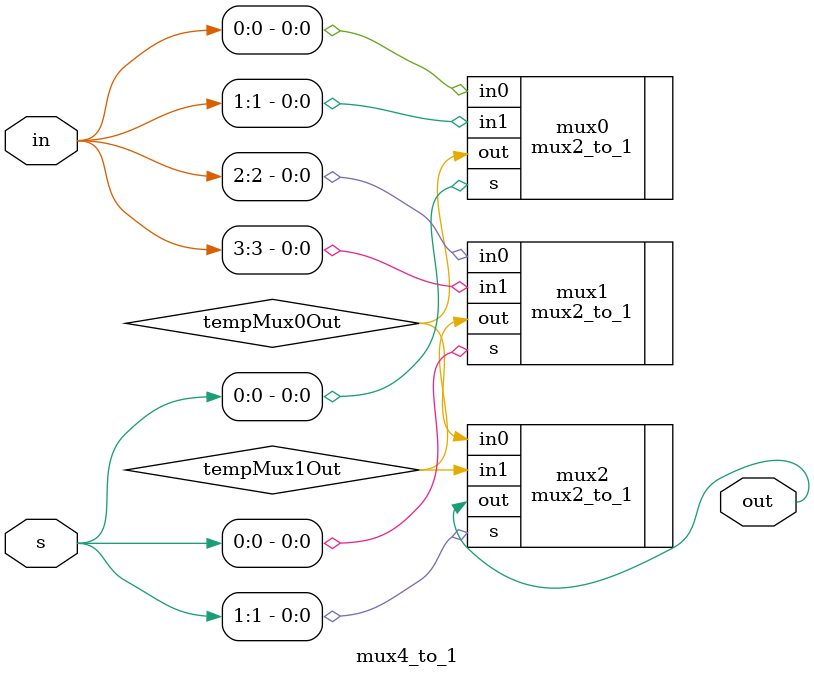
<source format=v>
/*
*	Description: 4 to 1 multiplexer using 2-to-1 multiplexers
*	Author: Aarón Escoboza Villegas
*/

module mux4_to_1
(
	input		[3:0] in,
	input		  [1:0]s,
	output		  out
);

wire tempMux0Out;
wire tempMux1Out;


mux2_to_1 mux0
(
	.in0(in[0]),
	.in1(in[1]),
	.s(s[0]),
	.out(tempMux0Out)
);
mux2_to_1 mux1
(
	.in0(in[2]),
	.in1(in[3]),
	.s(s[0]),
	.out(tempMux1Out)
);
mux2_to_1 mux2
(
	.in0(tempMux0Out),
	.in1(tempMux1Out),
	.s(s[1]),
	.out(out)
);

endmodule
</source>
